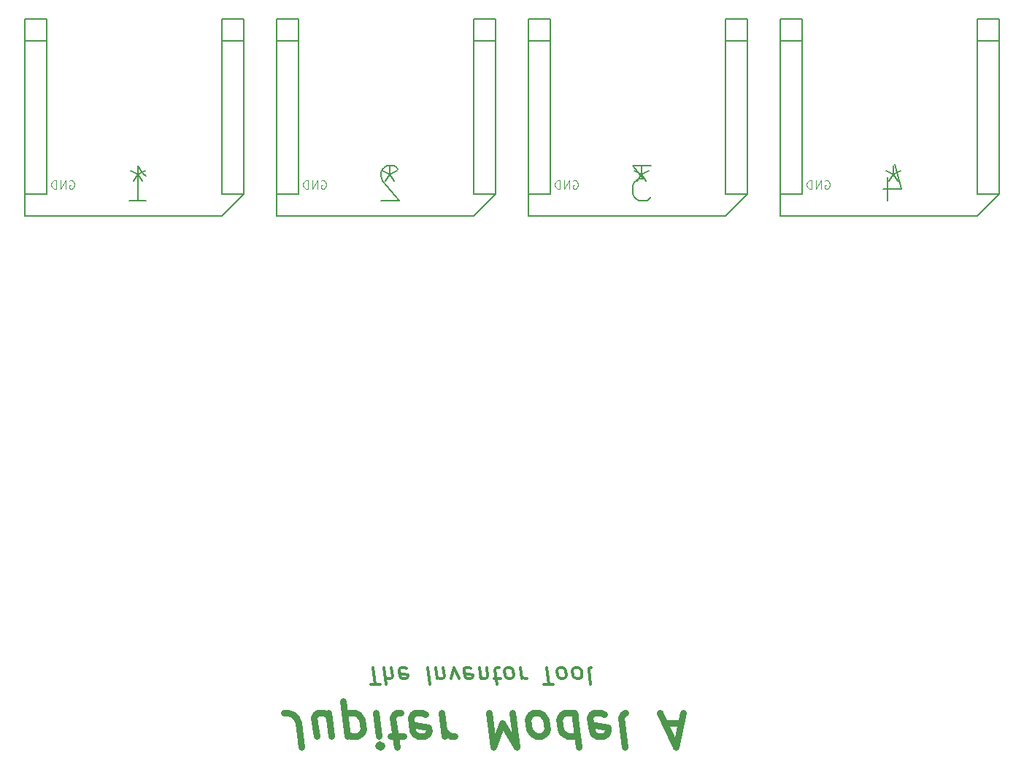
<source format=gbr>
G04 #@! TF.GenerationSoftware,KiCad,Pcbnew,(5.1.5)-3*
G04 #@! TF.CreationDate,2020-12-07T15:57:25+01:00*
G04 #@! TF.ProjectId,Jupiter,4a757069-7465-4722-9e6b-696361645f70,0.1*
G04 #@! TF.SameCoordinates,Original*
G04 #@! TF.FileFunction,Legend,Bot*
G04 #@! TF.FilePolarity,Positive*
%FSLAX46Y46*%
G04 Gerber Fmt 4.6, Leading zero omitted, Abs format (unit mm)*
G04 Created by KiCad (PCBNEW (5.1.5)-3) date 2020-12-07 15:57:25*
%MOMM*%
%LPD*%
G04 APERTURE LIST*
%ADD10C,0.300000*%
%ADD11C,0.750000*%
%ADD12C,0.127000*%
%ADD13C,0.150000*%
%ADD14C,0.050000*%
G04 APERTURE END LIST*
D10*
X126436968Y-111559838D02*
X127579825Y-111559838D01*
X126758397Y-109559838D02*
X127008397Y-111559838D01*
X127996492Y-109559838D02*
X128246492Y-111559838D01*
X128853635Y-109559838D02*
X128984587Y-110607457D01*
X128913159Y-110797933D01*
X128734587Y-110893171D01*
X128448873Y-110893171D01*
X128246492Y-110797933D01*
X128139349Y-110702695D01*
X130579825Y-109655076D02*
X130377445Y-109559838D01*
X129996492Y-109559838D01*
X129817921Y-109655076D01*
X129746492Y-109845552D01*
X129841730Y-110607457D01*
X129960778Y-110797933D01*
X130163159Y-110893171D01*
X130544111Y-110893171D01*
X130722683Y-110797933D01*
X130794111Y-110607457D01*
X130770302Y-110416980D01*
X129794111Y-110226504D01*
X133044111Y-109559838D02*
X133294111Y-111559838D01*
X134163159Y-110893171D02*
X133996492Y-109559838D01*
X134139349Y-110702695D02*
X134246492Y-110797933D01*
X134448873Y-110893171D01*
X134734587Y-110893171D01*
X134913159Y-110797933D01*
X134984587Y-110607457D01*
X134853635Y-109559838D01*
X135782206Y-110893171D02*
X136091730Y-109559838D01*
X136734587Y-110893171D01*
X138103635Y-109655076D02*
X137901254Y-109559838D01*
X137520302Y-109559838D01*
X137341730Y-109655076D01*
X137270302Y-109845552D01*
X137365540Y-110607457D01*
X137484587Y-110797933D01*
X137686968Y-110893171D01*
X138067921Y-110893171D01*
X138246492Y-110797933D01*
X138317921Y-110607457D01*
X138294111Y-110416980D01*
X137317921Y-110226504D01*
X139210778Y-110893171D02*
X139044111Y-109559838D01*
X139186968Y-110702695D02*
X139294111Y-110797933D01*
X139496492Y-110893171D01*
X139782206Y-110893171D01*
X139960778Y-110797933D01*
X140032206Y-110607457D01*
X139901254Y-109559838D01*
X140734587Y-110893171D02*
X141496492Y-110893171D01*
X141103635Y-111559838D02*
X140889349Y-109845552D01*
X140960778Y-109655076D01*
X141139349Y-109559838D01*
X141329825Y-109559838D01*
X142282206Y-109559838D02*
X142103635Y-109655076D01*
X142020302Y-109750314D01*
X141948873Y-109940790D01*
X142020302Y-110512219D01*
X142139349Y-110702695D01*
X142246492Y-110797933D01*
X142448873Y-110893171D01*
X142734587Y-110893171D01*
X142913159Y-110797933D01*
X142996492Y-110702695D01*
X143067921Y-110512219D01*
X142996492Y-109940790D01*
X142877445Y-109750314D01*
X142770302Y-109655076D01*
X142567921Y-109559838D01*
X142282206Y-109559838D01*
X143806016Y-109559838D02*
X143972683Y-110893171D01*
X143925064Y-110512219D02*
X144044111Y-110702695D01*
X144151254Y-110797933D01*
X144353635Y-110893171D01*
X144544111Y-110893171D01*
X146532206Y-111559838D02*
X147675064Y-111559838D01*
X146853635Y-109559838D02*
X147103635Y-111559838D01*
X148377445Y-109559838D02*
X148198873Y-109655076D01*
X148115540Y-109750314D01*
X148044111Y-109940790D01*
X148115540Y-110512219D01*
X148234587Y-110702695D01*
X148341730Y-110797933D01*
X148544111Y-110893171D01*
X148829825Y-110893171D01*
X149008397Y-110797933D01*
X149091730Y-110702695D01*
X149163159Y-110512219D01*
X149091730Y-109940790D01*
X148972683Y-109750314D01*
X148865540Y-109655076D01*
X148663159Y-109559838D01*
X148377445Y-109559838D01*
X150186968Y-109559838D02*
X150008397Y-109655076D01*
X149925064Y-109750314D01*
X149853635Y-109940790D01*
X149925064Y-110512219D01*
X150044111Y-110702695D01*
X150151254Y-110797933D01*
X150353635Y-110893171D01*
X150639349Y-110893171D01*
X150817921Y-110797933D01*
X150901254Y-110702695D01*
X150972683Y-110512219D01*
X150901254Y-109940790D01*
X150782206Y-109750314D01*
X150675064Y-109655076D01*
X150472683Y-109559838D01*
X150186968Y-109559838D01*
X151996492Y-109559838D02*
X151817921Y-109655076D01*
X151746492Y-109845552D01*
X151960778Y-111559838D01*
D11*
X118426622Y-118852676D02*
X118069479Y-115995533D01*
X117807574Y-115424104D01*
X117379003Y-115043152D01*
X116783765Y-114852676D01*
X116402812Y-114852676D01*
X121879003Y-117519342D02*
X121545670Y-114852676D01*
X120164717Y-117519342D02*
X119902812Y-115424104D01*
X120045670Y-115043152D01*
X120402812Y-114852676D01*
X120974241Y-114852676D01*
X121379003Y-115043152D01*
X121593289Y-115233628D01*
X123783765Y-117519342D02*
X123283765Y-113519342D01*
X123759955Y-117328866D02*
X124164717Y-117519342D01*
X124926622Y-117519342D01*
X125283765Y-117328866D01*
X125450432Y-117138390D01*
X125593289Y-116757438D01*
X125450432Y-115614580D01*
X125212336Y-115233628D01*
X124998051Y-115043152D01*
X124593289Y-114852676D01*
X123831384Y-114852676D01*
X123474241Y-115043152D01*
X127069479Y-114852676D02*
X127402812Y-117519342D01*
X127569479Y-118852676D02*
X127355193Y-118662200D01*
X127521860Y-118471723D01*
X127736146Y-118662200D01*
X127569479Y-118852676D01*
X127521860Y-118471723D01*
X128736146Y-117519342D02*
X130259955Y-117519342D01*
X129474241Y-118852676D02*
X129045670Y-115424104D01*
X129188527Y-115043152D01*
X129545670Y-114852676D01*
X129926622Y-114852676D01*
X132807574Y-115043152D02*
X132402812Y-114852676D01*
X131640908Y-114852676D01*
X131283765Y-115043152D01*
X131140908Y-115424104D01*
X131331384Y-116947914D01*
X131569479Y-117328866D01*
X131974241Y-117519342D01*
X132736146Y-117519342D01*
X133093289Y-117328866D01*
X133236146Y-116947914D01*
X133188527Y-116566961D01*
X131236146Y-116186009D01*
X134688527Y-114852676D02*
X135021860Y-117519342D01*
X134926622Y-116757438D02*
X135164717Y-117138390D01*
X135379003Y-117328866D01*
X135783765Y-117519342D01*
X136164717Y-117519342D01*
X140212336Y-114852676D02*
X140712336Y-118852676D01*
X141688527Y-115995533D01*
X143379003Y-118852676D01*
X142879003Y-114852676D01*
X145355193Y-114852676D02*
X144998051Y-115043152D01*
X144831384Y-115233628D01*
X144688527Y-115614580D01*
X144831384Y-116757438D01*
X145069479Y-117138390D01*
X145283765Y-117328866D01*
X145688527Y-117519342D01*
X146259955Y-117519342D01*
X146617098Y-117328866D01*
X146783765Y-117138390D01*
X146926622Y-116757438D01*
X146783765Y-115614580D01*
X146545670Y-115233628D01*
X146331384Y-115043152D01*
X145926622Y-114852676D01*
X145355193Y-114852676D01*
X150117098Y-114852676D02*
X150617098Y-118852676D01*
X150140908Y-115043152D02*
X149736146Y-114852676D01*
X148974241Y-114852676D01*
X148617098Y-115043152D01*
X148450432Y-115233628D01*
X148307574Y-115614580D01*
X148450432Y-116757438D01*
X148688527Y-117138390D01*
X148902812Y-117328866D01*
X149307574Y-117519342D01*
X150069479Y-117519342D01*
X150426622Y-117328866D01*
X153569479Y-115043152D02*
X153164717Y-114852676D01*
X152402812Y-114852676D01*
X152045670Y-115043152D01*
X151902812Y-115424104D01*
X152093289Y-116947914D01*
X152331384Y-117328866D01*
X152736146Y-117519342D01*
X153498051Y-117519342D01*
X153855193Y-117328866D01*
X153998051Y-116947914D01*
X153950432Y-116566961D01*
X151998051Y-116186009D01*
X156021860Y-114852676D02*
X155664717Y-115043152D01*
X155521860Y-115424104D01*
X155950432Y-118852676D01*
X160545670Y-115995533D02*
X162450432Y-115995533D01*
X160021860Y-114852676D02*
X161855193Y-118852676D01*
X162688527Y-114852676D01*
D12*
X173980000Y-54590000D02*
X173980000Y-57210000D01*
X173980000Y-57210000D02*
X196850000Y-57190000D01*
X173990000Y-34290000D02*
X173990000Y-36830000D01*
X173990000Y-36830000D02*
X173990000Y-54610000D01*
X173990000Y-54610000D02*
X176530000Y-54610000D01*
X176530000Y-54610000D02*
X176530000Y-36830000D01*
X176530000Y-36830000D02*
X176530000Y-34290000D01*
X176530000Y-34290000D02*
X173990000Y-34290000D01*
X196850000Y-36830000D02*
X199390000Y-36830000D01*
X199390000Y-34290000D02*
X199390000Y-54610000D01*
X196850000Y-34290000D02*
X196850000Y-36830000D01*
X196850000Y-36830000D02*
X196850000Y-54610000D01*
X196850000Y-54610000D02*
X199390000Y-54610000D01*
X196850000Y-34290000D02*
X199390000Y-34290000D01*
X173990000Y-36830000D02*
X176530000Y-36830000D01*
X199390000Y-54610000D02*
X196850000Y-57200000D01*
X144770000Y-54590000D02*
X144770000Y-57210000D01*
X144770000Y-57210000D02*
X167640000Y-57190000D01*
X144780000Y-34290000D02*
X144780000Y-36830000D01*
X144780000Y-36830000D02*
X144780000Y-54610000D01*
X144780000Y-54610000D02*
X147320000Y-54610000D01*
X147320000Y-54610000D02*
X147320000Y-36830000D01*
X147320000Y-36830000D02*
X147320000Y-34290000D01*
X147320000Y-34290000D02*
X144780000Y-34290000D01*
X167640000Y-36830000D02*
X170180000Y-36830000D01*
X170180000Y-34290000D02*
X170180000Y-54610000D01*
X167640000Y-34290000D02*
X167640000Y-36830000D01*
X167640000Y-36830000D02*
X167640000Y-54610000D01*
X167640000Y-54610000D02*
X170180000Y-54610000D01*
X167640000Y-34290000D02*
X170180000Y-34290000D01*
X144780000Y-36830000D02*
X147320000Y-36830000D01*
X170180000Y-54610000D02*
X167640000Y-57200000D01*
X115560000Y-54590000D02*
X115560000Y-57210000D01*
X115560000Y-57210000D02*
X138430000Y-57190000D01*
X115570000Y-34290000D02*
X115570000Y-36830000D01*
X115570000Y-36830000D02*
X115570000Y-54610000D01*
X115570000Y-54610000D02*
X118110000Y-54610000D01*
X118110000Y-54610000D02*
X118110000Y-36830000D01*
X118110000Y-36830000D02*
X118110000Y-34290000D01*
X118110000Y-34290000D02*
X115570000Y-34290000D01*
X138430000Y-36830000D02*
X140970000Y-36830000D01*
X140970000Y-34290000D02*
X140970000Y-54610000D01*
X138430000Y-34290000D02*
X138430000Y-36830000D01*
X138430000Y-36830000D02*
X138430000Y-54610000D01*
X138430000Y-54610000D02*
X140970000Y-54610000D01*
X138430000Y-34290000D02*
X140970000Y-34290000D01*
X115570000Y-36830000D02*
X118110000Y-36830000D01*
X140970000Y-54610000D02*
X138430000Y-57200000D01*
X86350000Y-54590000D02*
X86350000Y-57210000D01*
X86350000Y-57210000D02*
X109220000Y-57190000D01*
X86360000Y-34290000D02*
X86360000Y-36830000D01*
X86360000Y-36830000D02*
X86360000Y-54610000D01*
X86360000Y-54610000D02*
X88900000Y-54610000D01*
X88900000Y-54610000D02*
X88900000Y-36830000D01*
X88900000Y-36830000D02*
X88900000Y-34290000D01*
X88900000Y-34290000D02*
X86360000Y-34290000D01*
X109220000Y-36830000D02*
X111760000Y-36830000D01*
X111760000Y-34290000D02*
X111760000Y-54610000D01*
X109220000Y-34290000D02*
X109220000Y-36830000D01*
X109220000Y-36830000D02*
X109220000Y-54610000D01*
X109220000Y-54610000D02*
X111760000Y-54610000D01*
X109220000Y-34290000D02*
X111760000Y-34290000D01*
X86360000Y-36830000D02*
X88900000Y-36830000D01*
X111760000Y-54610000D02*
X109220000Y-57200000D01*
D13*
X187060000Y-51369523D02*
X187060000Y-52321904D01*
X187893333Y-51940952D02*
X187060000Y-52321904D01*
X186226666Y-51940952D01*
X187560000Y-53083809D02*
X187060000Y-52321904D01*
X186560000Y-53083809D01*
D14*
X179141523Y-53075000D02*
X179236761Y-53027380D01*
X179379619Y-53027380D01*
X179522476Y-53075000D01*
X179617714Y-53170238D01*
X179665333Y-53265476D01*
X179712952Y-53455952D01*
X179712952Y-53598809D01*
X179665333Y-53789285D01*
X179617714Y-53884523D01*
X179522476Y-53979761D01*
X179379619Y-54027380D01*
X179284380Y-54027380D01*
X179141523Y-53979761D01*
X179093904Y-53932142D01*
X179093904Y-53598809D01*
X179284380Y-53598809D01*
X178665333Y-54027380D02*
X178665333Y-53027380D01*
X178093904Y-54027380D01*
X178093904Y-53027380D01*
X177617714Y-54027380D02*
X177617714Y-53027380D01*
X177379619Y-53027380D01*
X177236761Y-53075000D01*
X177141523Y-53170238D01*
X177093904Y-53265476D01*
X177046285Y-53455952D01*
X177046285Y-53598809D01*
X177093904Y-53789285D01*
X177141523Y-53884523D01*
X177236761Y-53979761D01*
X177379619Y-54027380D01*
X177617714Y-54027380D01*
D13*
X186393333Y-52702857D02*
X186393333Y-55369523D01*
X187226666Y-51179047D02*
X188060000Y-54036190D01*
X185893333Y-54036190D01*
X157850000Y-51369523D02*
X157850000Y-52321904D01*
X158683333Y-51940952D02*
X157850000Y-52321904D01*
X157016666Y-51940952D01*
X158350000Y-53083809D02*
X157850000Y-52321904D01*
X157350000Y-53083809D01*
D14*
X149931523Y-53075000D02*
X150026761Y-53027380D01*
X150169619Y-53027380D01*
X150312476Y-53075000D01*
X150407714Y-53170238D01*
X150455333Y-53265476D01*
X150502952Y-53455952D01*
X150502952Y-53598809D01*
X150455333Y-53789285D01*
X150407714Y-53884523D01*
X150312476Y-53979761D01*
X150169619Y-54027380D01*
X150074380Y-54027380D01*
X149931523Y-53979761D01*
X149883904Y-53932142D01*
X149883904Y-53598809D01*
X150074380Y-53598809D01*
X149455333Y-54027380D02*
X149455333Y-53027380D01*
X148883904Y-54027380D01*
X148883904Y-53027380D01*
X148407714Y-54027380D02*
X148407714Y-53027380D01*
X148169619Y-53027380D01*
X148026761Y-53075000D01*
X147931523Y-53170238D01*
X147883904Y-53265476D01*
X147836285Y-53455952D01*
X147836285Y-53598809D01*
X147883904Y-53789285D01*
X147931523Y-53884523D01*
X148026761Y-53979761D01*
X148169619Y-54027380D01*
X148407714Y-54027380D01*
D13*
X159016666Y-51369523D02*
X156850000Y-51369523D01*
X158016666Y-52893333D01*
X157516666Y-52893333D01*
X157183333Y-53083809D01*
X157016666Y-53274285D01*
X156850000Y-53655238D01*
X156850000Y-54607619D01*
X157016666Y-54988571D01*
X157183333Y-55179047D01*
X157516666Y-55369523D01*
X158516666Y-55369523D01*
X158850000Y-55179047D01*
X159016666Y-54988571D01*
X128640000Y-51369523D02*
X128640000Y-52321904D01*
X129473333Y-51940952D02*
X128640000Y-52321904D01*
X127806666Y-51940952D01*
X129140000Y-53083809D02*
X128640000Y-52321904D01*
X128140000Y-53083809D01*
D14*
X120721523Y-53075000D02*
X120816761Y-53027380D01*
X120959619Y-53027380D01*
X121102476Y-53075000D01*
X121197714Y-53170238D01*
X121245333Y-53265476D01*
X121292952Y-53455952D01*
X121292952Y-53598809D01*
X121245333Y-53789285D01*
X121197714Y-53884523D01*
X121102476Y-53979761D01*
X120959619Y-54027380D01*
X120864380Y-54027380D01*
X120721523Y-53979761D01*
X120673904Y-53932142D01*
X120673904Y-53598809D01*
X120864380Y-53598809D01*
X120245333Y-54027380D02*
X120245333Y-53027380D01*
X119673904Y-54027380D01*
X119673904Y-53027380D01*
X119197714Y-54027380D02*
X119197714Y-53027380D01*
X118959619Y-53027380D01*
X118816761Y-53075000D01*
X118721523Y-53170238D01*
X118673904Y-53265476D01*
X118626285Y-53455952D01*
X118626285Y-53598809D01*
X118673904Y-53789285D01*
X118721523Y-53884523D01*
X118816761Y-53979761D01*
X118959619Y-54027380D01*
X119197714Y-54027380D01*
D13*
X129640000Y-51750476D02*
X129473333Y-51560000D01*
X129140000Y-51369523D01*
X128306666Y-51369523D01*
X127973333Y-51560000D01*
X127806666Y-51750476D01*
X127640000Y-52131428D01*
X127640000Y-52512380D01*
X127806666Y-53083809D01*
X129806666Y-55369523D01*
X127640000Y-55369523D01*
X99430000Y-51369523D02*
X99430000Y-52321904D01*
X100263333Y-51940952D02*
X99430000Y-52321904D01*
X98596666Y-51940952D01*
X99930000Y-53083809D02*
X99430000Y-52321904D01*
X98930000Y-53083809D01*
D14*
X91511523Y-53075000D02*
X91606761Y-53027380D01*
X91749619Y-53027380D01*
X91892476Y-53075000D01*
X91987714Y-53170238D01*
X92035333Y-53265476D01*
X92082952Y-53455952D01*
X92082952Y-53598809D01*
X92035333Y-53789285D01*
X91987714Y-53884523D01*
X91892476Y-53979761D01*
X91749619Y-54027380D01*
X91654380Y-54027380D01*
X91511523Y-53979761D01*
X91463904Y-53932142D01*
X91463904Y-53598809D01*
X91654380Y-53598809D01*
X91035333Y-54027380D02*
X91035333Y-53027380D01*
X90463904Y-54027380D01*
X90463904Y-53027380D01*
X89987714Y-54027380D02*
X89987714Y-53027380D01*
X89749619Y-53027380D01*
X89606761Y-53075000D01*
X89511523Y-53170238D01*
X89463904Y-53265476D01*
X89416285Y-53455952D01*
X89416285Y-53598809D01*
X89463904Y-53789285D01*
X89511523Y-53884523D01*
X89606761Y-53979761D01*
X89749619Y-54027380D01*
X89987714Y-54027380D01*
D13*
X98430000Y-55369523D02*
X100430000Y-55369523D01*
X99430000Y-55369523D02*
X99430000Y-51369523D01*
X99763333Y-51940952D01*
X100096666Y-52321904D01*
X100430000Y-52512380D01*
M02*

</source>
